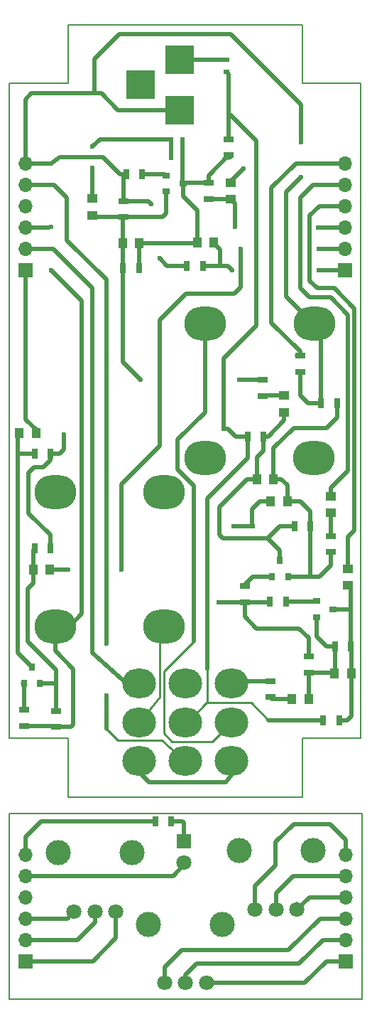
<source format=gbr>
G04 #@! TF.FileFunction,Copper,L2,Bot,Signal*
%FSLAX46Y46*%
G04 Gerber Fmt 4.6, Leading zero omitted, Abs format (unit mm)*
G04 Created by KiCad (PCBNEW 4.0.6) date 12/30/17 00:01:55*
%MOMM*%
%LPD*%
G01*
G04 APERTURE LIST*
%ADD10C,0.100000*%
%ADD11C,0.150000*%
%ADD12R,0.800000X0.900000*%
%ADD13R,3.500000X3.500000*%
%ADD14O,5.000000X4.000000*%
%ADD15R,0.900000X0.800000*%
%ADD16O,4.000000X3.500000*%
%ADD17R,1.000000X1.250000*%
%ADD18R,1.250000X1.000000*%
%ADD19R,0.700000X0.600000*%
%ADD20R,0.600000X0.700000*%
%ADD21R,1.300000X0.700000*%
%ADD22R,0.700000X1.300000*%
%ADD23C,1.800000*%
%ADD24C,3.000000*%
%ADD25R,1.800000X1.800000*%
%ADD26R,1.700000X1.700000*%
%ADD27O,1.700000X1.700000*%
%ADD28C,0.600000*%
%ADD29C,0.500000*%
%ADD30C,0.250000*%
G04 APERTURE END LIST*
D10*
D11*
X96012000Y-188849000D02*
X96012000Y-110871000D01*
X61087000Y-195834000D02*
X89027000Y-195834000D01*
X61087000Y-188849000D02*
X54102000Y-188849000D01*
X54102000Y-110871000D02*
X54102000Y-188849000D01*
X89027000Y-103886000D02*
X61087000Y-103886000D01*
X96139000Y-197802500D02*
X54102000Y-197802500D01*
X96139000Y-197802500D02*
X96012000Y-197802500D01*
X96139000Y-219900500D02*
X96139000Y-197802500D01*
X54102000Y-219900500D02*
X54102000Y-197929500D01*
X54102000Y-197802500D02*
X54102000Y-197929500D01*
X54178200Y-219875100D02*
X96189800Y-219875100D01*
X61087000Y-110871000D02*
X54102000Y-110871000D01*
X61087000Y-103886000D02*
X61087000Y-110871000D01*
X89027000Y-110871000D02*
X96012000Y-110871000D01*
X89027000Y-103886000D02*
X89027000Y-110871000D01*
X89027000Y-188849000D02*
X89027000Y-195834000D01*
X96012000Y-188849000D02*
X89027000Y-188849000D01*
X61087000Y-188849000D02*
X61087000Y-195834000D01*
D12*
X57719000Y-182356000D03*
X55819000Y-182356000D03*
X56769000Y-180356000D03*
D13*
X74422000Y-114046000D03*
X74422000Y-108046000D03*
X69722000Y-111046000D03*
D14*
X77447000Y-155447000D03*
X77447000Y-139447000D03*
X90447000Y-139447000D03*
X90424000Y-155447000D03*
X72540000Y-159513000D03*
X72540000Y-175513000D03*
X59540000Y-175513000D03*
X59563000Y-159513000D03*
D15*
X90694000Y-174432000D03*
X90694000Y-172532000D03*
X92694000Y-173482000D03*
D12*
X87310000Y-169656000D03*
X85410000Y-169656000D03*
X86360000Y-167656000D03*
D15*
X72787000Y-123759000D03*
X72787000Y-121859000D03*
X74787000Y-122809000D03*
D16*
X69557000Y-182344000D03*
X75057000Y-182344000D03*
X80557000Y-182344000D03*
X69557000Y-186944000D03*
X75057000Y-186944000D03*
X80557000Y-186944000D03*
X69557000Y-191544000D03*
X75057000Y-191544000D03*
X80557000Y-191544000D03*
D17*
X89773000Y-184150000D03*
X87773000Y-184150000D03*
X94853000Y-181102000D03*
X92853000Y-181102000D03*
D18*
X94488000Y-168672000D03*
X94488000Y-170672000D03*
X92456000Y-160036000D03*
X92456000Y-162036000D03*
D17*
X85233000Y-160655000D03*
X87233000Y-160655000D03*
X83582000Y-157988000D03*
X85582000Y-157988000D03*
D18*
X86868000Y-150034500D03*
X86868000Y-148034500D03*
X64008000Y-124603000D03*
X64008000Y-126603000D03*
D17*
X69580000Y-129921000D03*
X67580000Y-129921000D03*
X78470000Y-129794000D03*
X76470000Y-129794000D03*
D18*
X80518000Y-124698000D03*
X80518000Y-122698000D03*
D17*
X56912000Y-168783000D03*
X58912000Y-168783000D03*
X55261000Y-152527000D03*
X57261000Y-152527000D03*
D19*
X80010000Y-108088200D03*
X80010000Y-109488200D03*
X83058000Y-163638000D03*
X83058000Y-165038000D03*
X80899000Y-165038000D03*
X80899000Y-163638000D03*
D20*
X73341000Y-119634000D03*
X74741000Y-119634000D03*
D21*
X85217000Y-183957000D03*
X85217000Y-182057000D03*
X89789000Y-179136000D03*
X89789000Y-181036000D03*
D22*
X94803000Y-177927000D03*
X92903000Y-177927000D03*
X93406000Y-186690000D03*
X91506000Y-186690000D03*
X85156000Y-172593000D03*
X87056000Y-172593000D03*
D21*
X88773000Y-143322000D03*
X88773000Y-145222000D03*
X92456000Y-164785000D03*
X92456000Y-166685000D03*
D22*
X93152000Y-148971000D03*
X91252000Y-148971000D03*
X88077000Y-163576000D03*
X89977000Y-163576000D03*
X82489000Y-152908000D03*
X84389000Y-152908000D03*
D21*
X82169000Y-170754000D03*
X82169000Y-172654000D03*
X84264500Y-148079500D03*
X84264500Y-146179500D03*
X67691000Y-126807000D03*
X67691000Y-124907000D03*
D22*
X69530000Y-132842000D03*
X67630000Y-132842000D03*
D21*
X80264000Y-117541000D03*
X80264000Y-119441000D03*
D22*
X69911000Y-121666000D03*
X68011000Y-121666000D03*
D21*
X77851000Y-124648000D03*
X77851000Y-122748000D03*
D22*
X75250000Y-132588000D03*
X77150000Y-132588000D03*
X58989000Y-166243000D03*
X57089000Y-166243000D03*
D21*
X59690000Y-185613000D03*
X59690000Y-187513000D03*
D22*
X58989000Y-154940000D03*
X57089000Y-154940000D03*
D21*
X55880000Y-185486000D03*
X55880000Y-187386000D03*
D22*
X73403500Y-198755000D03*
X71503500Y-198755000D03*
D23*
X83392000Y-209232500D03*
X85892000Y-209232500D03*
X88392000Y-209232500D03*
D24*
X81492000Y-202232500D03*
X90292000Y-202232500D03*
D23*
X72597000Y-217995500D03*
X75097000Y-217995500D03*
X77597000Y-217995500D03*
D24*
X70697000Y-210995500D03*
X79497000Y-210995500D03*
D23*
X61802000Y-209486500D03*
X64302000Y-209486500D03*
X66802000Y-209486500D03*
D24*
X59902000Y-202486500D03*
X68702000Y-202486500D03*
D20*
X74741000Y-117602000D03*
X73341000Y-117602000D03*
D25*
X74930000Y-201104500D03*
D23*
X74930000Y-203644500D03*
D26*
X94234000Y-215392000D03*
D27*
X94234000Y-212852000D03*
X94234000Y-210312000D03*
X94234000Y-207772000D03*
X94234000Y-205232000D03*
X94234000Y-202692000D03*
D26*
X56007000Y-215392000D03*
D27*
X56007000Y-212852000D03*
X56007000Y-210312000D03*
X56007000Y-207772000D03*
X56007000Y-205232000D03*
X56007000Y-202692000D03*
D26*
X94107000Y-133096000D03*
D27*
X94107000Y-130556000D03*
X94107000Y-128016000D03*
X94107000Y-125476000D03*
X94107000Y-122936000D03*
X94107000Y-120396000D03*
D26*
X56007000Y-133096000D03*
D27*
X56007000Y-130556000D03*
X56007000Y-128016000D03*
X56007000Y-125476000D03*
X56007000Y-122936000D03*
X56007000Y-120396000D03*
D28*
X62738000Y-172669200D03*
X79070200Y-172643800D03*
X88900000Y-117856000D03*
X82042000Y-121031000D03*
X70993000Y-125222000D03*
X72009000Y-131699000D03*
X59055000Y-133096000D03*
X59029600Y-120446800D03*
X59055000Y-127990600D03*
X88900000Y-122047000D03*
X60579000Y-152654000D03*
X79603600Y-152019000D03*
X90957400Y-130556000D03*
X81661000Y-130556000D03*
X61087000Y-168783000D03*
X67437000Y-168783000D03*
X90881200Y-128016000D03*
X81026000Y-127990600D03*
X80619600Y-133096000D03*
X90957400Y-133096000D03*
X65659000Y-183769000D03*
X65659000Y-177546000D03*
X64008000Y-118440200D03*
X64008000Y-120929400D03*
X69723000Y-146177000D03*
X81534000Y-146177000D03*
D29*
X90694000Y-174432000D02*
X90694000Y-176736500D01*
X91884500Y-177927000D02*
X92903000Y-177927000D01*
X90694000Y-176736500D02*
X91884500Y-177927000D01*
X89789000Y-181036000D02*
X92787000Y-181036000D01*
X92787000Y-181036000D02*
X92853000Y-181102000D01*
X92903000Y-177927000D02*
X92903000Y-181052000D01*
X92903000Y-181052000D02*
X92853000Y-181102000D01*
X89789000Y-181036000D02*
X89789000Y-184134000D01*
X89789000Y-184134000D02*
X89773000Y-184150000D01*
X92649000Y-180898000D02*
X92853000Y-181102000D01*
X92726000Y-177750000D02*
X92903000Y-177927000D01*
X92953800Y-181202800D02*
X92853000Y-181102000D01*
X87773000Y-184150000D02*
X85410000Y-184150000D01*
X85410000Y-184150000D02*
X85217000Y-183957000D01*
X87569000Y-183946000D02*
X87773000Y-184150000D01*
X85267800Y-184007800D02*
X85217000Y-183957000D01*
X92694000Y-173482000D02*
X94803000Y-173482000D01*
X94803000Y-173482000D02*
X94678500Y-173482000D01*
X94678500Y-173482000D02*
X94803000Y-173482000D01*
X94803000Y-177927000D02*
X94803000Y-173482000D01*
X94803000Y-173482000D02*
X94803000Y-170987000D01*
X94803000Y-170987000D02*
X94488000Y-170672000D01*
X94853000Y-181102000D02*
X94853000Y-177977000D01*
X94853000Y-177977000D02*
X94803000Y-177927000D01*
X93406000Y-186690000D02*
X94361000Y-186690000D01*
X94853000Y-186198000D02*
X94853000Y-181102000D01*
X94361000Y-186690000D02*
X94853000Y-186198000D01*
X94726000Y-177850000D02*
X94803000Y-177927000D01*
X94802200Y-177926200D02*
X94803000Y-177927000D01*
X93152000Y-148971000D02*
X93152000Y-150688000D01*
X85582000Y-154321000D02*
X88011000Y-151892000D01*
X88011000Y-151892000D02*
X91948000Y-151892000D01*
X91948000Y-151892000D02*
X93152000Y-150688000D01*
X85582000Y-154321000D02*
X85582000Y-157988000D01*
X89977000Y-163576000D02*
X89977000Y-169656000D01*
X90043000Y-169590000D02*
X90043000Y-169656000D01*
X89977000Y-169656000D02*
X90043000Y-169590000D01*
X87310000Y-169656000D02*
X90043000Y-169656000D01*
X90043000Y-169656000D02*
X91075000Y-169656000D01*
X91075000Y-169656000D02*
X92456000Y-168275000D01*
X92456000Y-168275000D02*
X92456000Y-166685000D01*
X85582000Y-157988000D02*
X86487000Y-157988000D01*
X86487000Y-157988000D02*
X87233000Y-158734000D01*
X87233000Y-158734000D02*
X87233000Y-160655000D01*
X87233000Y-160655000D02*
X88773000Y-160655000D01*
X89977000Y-163576000D02*
X89977000Y-161859000D01*
X88773000Y-160655000D02*
X89977000Y-161859000D01*
X92324000Y-166817000D02*
X92456000Y-166685000D01*
X85620100Y-157949900D02*
X85582000Y-157988000D01*
X87233000Y-160655000D02*
X87376000Y-160655000D01*
X84389000Y-152908000D02*
X84963000Y-152908000D01*
X86868000Y-151003000D02*
X86868000Y-150034500D01*
X84963000Y-152908000D02*
X86868000Y-151003000D01*
X86929000Y-150095500D02*
X86868000Y-150034500D01*
X83582000Y-157988000D02*
X83582000Y-155432000D01*
X84389000Y-154625000D02*
X84389000Y-152908000D01*
X83582000Y-155432000D02*
X84389000Y-154625000D01*
X83582000Y-157988000D02*
X82423000Y-157988000D01*
X82423000Y-157988000D02*
X79121000Y-161290000D01*
X80899000Y-165038000D02*
X79567000Y-165038000D01*
X79567000Y-165038000D02*
X79121000Y-164592000D01*
X79121000Y-164592000D02*
X79121000Y-161290000D01*
X88077000Y-163576000D02*
X86360000Y-163576000D01*
X86360000Y-163576000D02*
X84898000Y-165038000D01*
X83058000Y-165038000D02*
X84898000Y-165038000D01*
X84898000Y-165038000D02*
X84901000Y-165038000D01*
X86360000Y-166497000D02*
X86360000Y-167656000D01*
X84901000Y-165038000D02*
X86360000Y-166497000D01*
X80899000Y-165038000D02*
X83058000Y-165038000D01*
X86725000Y-150177500D02*
X86868000Y-150034500D01*
X62738000Y-172669200D02*
X62738000Y-174040800D01*
X62738000Y-174040800D02*
X61265800Y-175513000D01*
X61265800Y-175513000D02*
X59540000Y-175513000D01*
X62738000Y-172669200D02*
X62738000Y-170180000D01*
X80772000Y-172654000D02*
X79105800Y-172654000D01*
X79095600Y-172643800D02*
X79070200Y-172643800D01*
X79105800Y-172654000D02*
X79095600Y-172643800D01*
X88900000Y-116395500D02*
X88900000Y-114173000D01*
X83280250Y-107791250D02*
X88900000Y-113411000D01*
X88900000Y-113411000D02*
X88900000Y-114173000D01*
X64262000Y-107950000D02*
X67183000Y-105029000D01*
X67183000Y-105029000D02*
X80518000Y-105029000D01*
X64262000Y-107950000D02*
X64262000Y-112077500D01*
X83280250Y-107791250D02*
X80518000Y-105029000D01*
X88900000Y-117856000D02*
X88900000Y-116395500D01*
X82169000Y-172654000D02*
X85095000Y-172654000D01*
X85095000Y-172654000D02*
X85156000Y-172593000D01*
X82169000Y-172654000D02*
X82169000Y-174371000D01*
X83566000Y-175768000D02*
X86741000Y-175768000D01*
X82169000Y-174371000D02*
X83566000Y-175768000D01*
X91252000Y-148971000D02*
X89725500Y-148971000D01*
X88773000Y-148018500D02*
X88773000Y-145222000D01*
X89725500Y-148971000D02*
X88773000Y-148018500D01*
X56007000Y-120396000D02*
X58801000Y-120396000D01*
X58801000Y-120396000D02*
X59029600Y-120446800D01*
X56007000Y-128016000D02*
X58674000Y-128016000D01*
X58674000Y-128016000D02*
X59055000Y-127990600D01*
X80518000Y-122698000D02*
X80518000Y-122555000D01*
X80518000Y-122555000D02*
X82042000Y-121031000D01*
X75250000Y-132588000D02*
X72898000Y-132588000D01*
X70678000Y-124907000D02*
X67691000Y-124907000D01*
X70993000Y-125222000D02*
X70678000Y-124907000D01*
X72898000Y-132588000D02*
X72009000Y-131699000D01*
X68011000Y-121666000D02*
X67310000Y-121666000D01*
X67310000Y-121666000D02*
X65278000Y-119634000D01*
X65278000Y-119634000D02*
X60071000Y-119634000D01*
X60071000Y-119634000D02*
X59029600Y-120446800D01*
X67691000Y-124907000D02*
X67691000Y-121986000D01*
X67691000Y-121986000D02*
X68011000Y-121666000D01*
X62738000Y-136779000D02*
X59055000Y-133096000D01*
X62738000Y-170180000D02*
X62738000Y-136779000D01*
X90447000Y-139447000D02*
X90298000Y-139447000D01*
X90298000Y-139447000D02*
X87122000Y-136271000D01*
X87122000Y-123825000D02*
X88900000Y-122047000D01*
X87122000Y-136271000D02*
X87122000Y-123825000D01*
X82230000Y-172593000D02*
X82169000Y-172654000D01*
X80772000Y-172654000D02*
X82169000Y-172654000D01*
X59540000Y-175513000D02*
X59540000Y-174902000D01*
X58293000Y-112077500D02*
X56705500Y-112077500D01*
X56705500Y-112077500D02*
X56007000Y-112776000D01*
X56007000Y-112776000D02*
X56007000Y-120396000D01*
X59690000Y-187513000D02*
X61407000Y-187513000D01*
X59540000Y-178412000D02*
X59540000Y-175513000D01*
X61722000Y-180594000D02*
X59540000Y-178412000D01*
X61722000Y-187198000D02*
X61722000Y-180594000D01*
X61407000Y-187513000D02*
X61722000Y-187198000D01*
X55880000Y-187386000D02*
X59563000Y-187386000D01*
X59563000Y-187386000D02*
X59690000Y-187513000D01*
X59540000Y-175513000D02*
X59540000Y-174140000D01*
X91252000Y-148971000D02*
X91252000Y-140252000D01*
X91252000Y-140252000D02*
X90447000Y-139447000D01*
X89789000Y-176911000D02*
X89789000Y-179136000D01*
X86741000Y-175768000D02*
X88646000Y-175768000D01*
X88646000Y-175768000D02*
X89789000Y-176911000D01*
X67818000Y-125034000D02*
X67691000Y-124907000D01*
X91313000Y-149032000D02*
X91252000Y-148971000D01*
X67630000Y-124968000D02*
X67691000Y-124907000D01*
X85095000Y-172654000D02*
X85156000Y-172593000D01*
X88747600Y-145196600D02*
X88773000Y-145222000D01*
X90447000Y-139447000D02*
X90447000Y-137782200D01*
X90575000Y-139319000D02*
X90447000Y-139447000D01*
X74422000Y-114046000D02*
X67056000Y-114046000D01*
X65087500Y-112077500D02*
X64262000Y-112077500D01*
X67056000Y-114046000D02*
X65087500Y-112077500D01*
X64262000Y-112077500D02*
X58293000Y-112077500D01*
X58293000Y-112077500D02*
X58229500Y-112077500D01*
X57719000Y-182356000D02*
X59690000Y-182356000D01*
X59690000Y-182356000D02*
X59690000Y-182372000D01*
X59690000Y-185613000D02*
X59690000Y-182372000D01*
X59690000Y-182372000D02*
X59690000Y-180721000D01*
X56912000Y-170418000D02*
X56261000Y-171069000D01*
X56261000Y-177292000D02*
X56261000Y-171069000D01*
X58801000Y-179832000D02*
X56261000Y-177292000D01*
X56912000Y-168783000D02*
X56912000Y-170418000D01*
X59690000Y-180721000D02*
X58801000Y-179832000D01*
X56912000Y-168783000D02*
X56912000Y-166420000D01*
X56912000Y-166420000D02*
X57089000Y-166243000D01*
X57039000Y-166293000D02*
X57089000Y-166243000D01*
X57719000Y-182356000D02*
X57719000Y-182184000D01*
X59563000Y-185486000D02*
X59690000Y-185613000D01*
X57719000Y-182356000D02*
X57719000Y-182433000D01*
X74930000Y-203644500D02*
X74930000Y-203898500D01*
X74930000Y-203898500D02*
X73596500Y-205232000D01*
X73596500Y-205232000D02*
X56007000Y-205232000D01*
D30*
X77660500Y-184638674D02*
X82911674Y-184638674D01*
D29*
X84963000Y-186690000D02*
X91506000Y-186690000D01*
D30*
X82911674Y-184638674D02*
X84963000Y-186690000D01*
X77660500Y-184531000D02*
X77660500Y-184638674D01*
X77660500Y-184638674D02*
X77660500Y-184555848D01*
X77660500Y-184555848D02*
X77343000Y-184873348D01*
X77660500Y-180594000D02*
X77660500Y-184531000D01*
D29*
X77660500Y-160337500D02*
X77660500Y-180594000D01*
X79629000Y-149402800D02*
X79629000Y-151993600D01*
X79629000Y-151993600D02*
X79603600Y-152019000D01*
X79603600Y-152019000D02*
X80187800Y-152019000D01*
X81076800Y-152908000D02*
X82489000Y-152908000D01*
X80187800Y-152019000D02*
X81076800Y-152908000D01*
X58989000Y-154940000D02*
X60071000Y-154940000D01*
X60071000Y-154940000D02*
X60579000Y-154432000D01*
X60579000Y-154432000D02*
X60579000Y-152654000D01*
X91379000Y-186563000D02*
X91506000Y-186690000D01*
X79629000Y-150048000D02*
X79629000Y-150048000D01*
X58989000Y-154940000D02*
X58989000Y-155768000D01*
X58989000Y-164653000D02*
X58989000Y-166243000D01*
X56388000Y-162052000D02*
X58989000Y-164653000D01*
X56388000Y-157226000D02*
X56388000Y-162052000D01*
X57023000Y-156591000D02*
X56388000Y-157226000D01*
X58166000Y-156591000D02*
X57023000Y-156591000D01*
X58989000Y-155768000D02*
X58166000Y-156591000D01*
X80264000Y-114554000D02*
X80391000Y-114554000D01*
X83566000Y-139700000D02*
X81534000Y-141732000D01*
X83566000Y-117729000D02*
X83566000Y-139700000D01*
X80391000Y-114554000D02*
X83566000Y-117729000D01*
X81534000Y-141732000D02*
X79629000Y-143637000D01*
X79629000Y-143637000D02*
X79629000Y-149402800D01*
X79629000Y-149402800D02*
X79629000Y-150048000D01*
X80264000Y-117541000D02*
X80264000Y-114554000D01*
X80264000Y-114554000D02*
X80264000Y-109742200D01*
X80264000Y-109742200D02*
X80010000Y-109488200D01*
X82489000Y-152908000D02*
X82489000Y-155509000D01*
X82489000Y-155509000D02*
X81407000Y-156591000D01*
X77660500Y-160337500D02*
X81407000Y-156591000D01*
X59116000Y-155067000D02*
X58989000Y-154940000D01*
X75057000Y-186944000D02*
X75565000Y-186690000D01*
D30*
X75565000Y-186690000D02*
X77343000Y-184873348D01*
D29*
X82463600Y-152933400D02*
X82489000Y-152908000D01*
X80096400Y-117373400D02*
X80264000Y-117541000D01*
D30*
X73533000Y-189230000D02*
X73485393Y-189230000D01*
X73485393Y-189230000D02*
X72517000Y-188261607D01*
X78271000Y-189230000D02*
X80557000Y-186944000D01*
X73533000Y-189230000D02*
X78271000Y-189230000D01*
X80557000Y-186944000D02*
X80557000Y-187286000D01*
X72517000Y-180848000D02*
X72517000Y-188261607D01*
D29*
X77406500Y-139487500D02*
X77406500Y-150050500D01*
X77406500Y-150050500D02*
X74168000Y-153289000D01*
X74168000Y-153289000D02*
X74168000Y-156845000D01*
X76073000Y-158750000D02*
X76073000Y-177292000D01*
X74168000Y-156845000D02*
X76073000Y-158750000D01*
D30*
X76073000Y-177292000D02*
X72517000Y-180848000D01*
D29*
X77406500Y-139487500D02*
X77447000Y-139447000D01*
X77406500Y-139487500D02*
X77447000Y-139447000D01*
D30*
X69557000Y-186944000D02*
X69596000Y-186944000D01*
X69596000Y-186944000D02*
X72009000Y-183927750D01*
X72009000Y-183927750D02*
X72009000Y-176171000D01*
X71882000Y-176171000D02*
X72540000Y-175513000D01*
D29*
X87056000Y-172593000D02*
X90633000Y-172593000D01*
X90633000Y-172593000D02*
X90694000Y-172532000D01*
X82169000Y-170754000D02*
X82169000Y-170561000D01*
X82169000Y-170561000D02*
X83074000Y-169656000D01*
X83074000Y-169656000D02*
X85410000Y-169656000D01*
X69911000Y-121666000D02*
X72594000Y-121666000D01*
X72594000Y-121666000D02*
X72787000Y-121859000D01*
X72726000Y-121920000D02*
X72787000Y-121859000D01*
X55819000Y-182356000D02*
X55819000Y-185425000D01*
X55819000Y-185425000D02*
X55880000Y-185486000D01*
X55880000Y-182417000D02*
X55819000Y-182356000D01*
X55819000Y-182356000D02*
X55642000Y-182356000D01*
X57261000Y-152527000D02*
X57261000Y-152130000D01*
X56007000Y-150876000D02*
X56007000Y-133096000D01*
X57261000Y-152130000D02*
X56007000Y-150876000D01*
X94107000Y-130556000D02*
X90957400Y-130556000D01*
X81661000Y-130556000D02*
X81661000Y-135128000D01*
X80899000Y-135890000D02*
X75311000Y-135890000D01*
X81661000Y-135128000D02*
X80899000Y-135890000D01*
X75311000Y-135890000D02*
X75184000Y-135890000D01*
X72009000Y-154051000D02*
X67437000Y-158623000D01*
X72009000Y-139065000D02*
X72009000Y-154051000D01*
X75184000Y-135890000D02*
X72009000Y-139065000D01*
X67437000Y-167132000D02*
X67437000Y-168783000D01*
X67437000Y-158623000D02*
X67437000Y-167132000D01*
X61087000Y-168783000D02*
X58912000Y-168783000D01*
X58928000Y-168799000D02*
X58912000Y-168783000D01*
X89916000Y-128016000D02*
X89916000Y-126619000D01*
X91059000Y-125476000D02*
X93281500Y-125476000D01*
X89916000Y-126619000D02*
X91059000Y-125476000D01*
X89916000Y-132334000D02*
X89916000Y-134366000D01*
X90805000Y-135255000D02*
X92837000Y-135255000D01*
X89916000Y-134366000D02*
X90805000Y-135255000D01*
X94488000Y-168672000D02*
X94488000Y-164846000D01*
X95250000Y-137668000D02*
X95250000Y-164084000D01*
X95250000Y-137668000D02*
X92837000Y-135255000D01*
X94488000Y-164846000D02*
X95250000Y-164084000D01*
X94107000Y-125476000D02*
X93281500Y-125476000D01*
X89916000Y-128016000D02*
X89916000Y-132334000D01*
X88773000Y-127000000D02*
X88773000Y-124460000D01*
X90297000Y-122936000D02*
X94107000Y-122936000D01*
X88773000Y-124460000D02*
X90297000Y-122936000D01*
X92392500Y-136334500D02*
X89852500Y-136334500D01*
X88773000Y-135255000D02*
X88773000Y-132715000D01*
X89852500Y-136334500D02*
X88773000Y-135255000D01*
X92456000Y-160036000D02*
X92456000Y-159004000D01*
X88773000Y-132715000D02*
X88773000Y-127000000D01*
X94488000Y-138430000D02*
X92392500Y-136334500D01*
X94488000Y-156972000D02*
X94488000Y-138430000D01*
X92456000Y-159004000D02*
X94488000Y-156972000D01*
X80518000Y-124698000D02*
X77901000Y-124698000D01*
X77901000Y-124698000D02*
X77851000Y-124648000D01*
X81026000Y-127990600D02*
X81026000Y-125206000D01*
X94107000Y-128016000D02*
X90881200Y-128016000D01*
X81026000Y-125206000D02*
X80518000Y-124698000D01*
X77901000Y-124698000D02*
X77851000Y-124648000D01*
X94107000Y-133096000D02*
X90957400Y-133096000D01*
X80111600Y-132588000D02*
X78689200Y-132588000D01*
X80619600Y-133096000D02*
X80111600Y-132588000D01*
X78470000Y-129794000D02*
X78470000Y-129905000D01*
X78470000Y-129905000D02*
X79248000Y-130683000D01*
X79248000Y-130683000D02*
X79248000Y-132588000D01*
X77150000Y-132588000D02*
X78689200Y-132588000D01*
X78689200Y-132588000D02*
X79248000Y-132588000D01*
D30*
X75057000Y-191544000D02*
X74958000Y-191544000D01*
X74958000Y-191544000D02*
X72263000Y-189103000D01*
D29*
X56007000Y-122936000D02*
X59372500Y-122936000D01*
X60960000Y-124523500D02*
X60960000Y-127000000D01*
X59372500Y-122936000D02*
X60960000Y-124523500D01*
D30*
X72263000Y-189103000D02*
X67056000Y-189103000D01*
X67056000Y-189103000D02*
X65659000Y-187706000D01*
D29*
X65659000Y-187706000D02*
X65659000Y-183769000D01*
X65659000Y-177546000D02*
X65659000Y-134239000D01*
X65659000Y-134239000D02*
X60960000Y-129540000D01*
X60960000Y-129540000D02*
X60960000Y-127000000D01*
X56007000Y-130556000D02*
X59309000Y-130556000D01*
X59309000Y-130556000D02*
X64008000Y-135255000D01*
X69557000Y-182344000D02*
X67917000Y-182217000D01*
X64008000Y-178689000D02*
X64008000Y-135255000D01*
X67917000Y-182217000D02*
X64008000Y-178689000D01*
X88773000Y-143322000D02*
X88773000Y-142811500D01*
X88773000Y-142811500D02*
X85344000Y-139382500D01*
X88773000Y-143322000D02*
X88331000Y-143322000D01*
X85344000Y-139382500D02*
X85344000Y-123317000D01*
X88265000Y-120396000D02*
X94107000Y-120396000D01*
X85344000Y-123317000D02*
X88265000Y-120396000D01*
X92456000Y-164785000D02*
X92456000Y-162036000D01*
X85233000Y-160655000D02*
X83947000Y-160655000D01*
X83947000Y-160655000D02*
X83058000Y-161544000D01*
X83058000Y-163638000D02*
X83058000Y-161544000D01*
X84963000Y-160925000D02*
X85233000Y-160655000D01*
X80899000Y-163638000D02*
X83058000Y-163638000D01*
X86868000Y-148034500D02*
X84309500Y-148034500D01*
X84309500Y-148034500D02*
X84264500Y-148079500D01*
X84173100Y-148170900D02*
X84264500Y-148079500D01*
X64008000Y-124603000D02*
X64008000Y-120929400D01*
X64897000Y-117551200D02*
X73290200Y-117551200D01*
X64008000Y-118440200D02*
X64897000Y-117551200D01*
X73290200Y-117551200D02*
X73341000Y-117602000D01*
X73341000Y-117602000D02*
X73341000Y-119634000D01*
X64033400Y-124587000D02*
X63931800Y-124688600D01*
X67691000Y-126807000D02*
X72329000Y-126807000D01*
X72787000Y-126349000D02*
X72787000Y-123759000D01*
X72329000Y-126807000D02*
X72787000Y-126349000D01*
X84264500Y-146179500D02*
X81534000Y-146177000D01*
X67630000Y-144084000D02*
X67630000Y-132842000D01*
X69723000Y-146177000D02*
X67630000Y-144084000D01*
X67691000Y-126807000D02*
X64212000Y-126807000D01*
X64212000Y-126807000D02*
X64008000Y-126603000D01*
X67580000Y-129921000D02*
X67580000Y-126918000D01*
X67580000Y-126918000D02*
X67691000Y-126807000D01*
X67630000Y-132842000D02*
X67630000Y-129971000D01*
X67630000Y-129971000D02*
X67580000Y-129921000D01*
X84264500Y-146179500D02*
X84264500Y-146113500D01*
X67564000Y-126934000D02*
X67691000Y-126807000D01*
X67580000Y-132792000D02*
X67630000Y-132842000D01*
X67554600Y-132953000D02*
X67589400Y-132918200D01*
X69580000Y-129921000D02*
X76343000Y-129921000D01*
X76343000Y-129921000D02*
X76470000Y-129794000D01*
X77851000Y-122748000D02*
X74848000Y-122748000D01*
X74848000Y-122748000D02*
X74787000Y-122809000D01*
X69707000Y-129794000D02*
X69580000Y-129921000D01*
X76470000Y-129794000D02*
X76470000Y-126000000D01*
X74787000Y-124317000D02*
X74787000Y-122809000D01*
X76470000Y-126000000D02*
X74787000Y-124317000D01*
X74741000Y-119634000D02*
X74741000Y-117602000D01*
X74741000Y-119634000D02*
X74741000Y-122763000D01*
X74741000Y-122763000D02*
X74787000Y-122809000D01*
X69580000Y-129921000D02*
X69580000Y-132792000D01*
X69580000Y-132792000D02*
X69530000Y-132842000D01*
X77851000Y-122748000D02*
X77851000Y-121854000D01*
X77851000Y-121854000D02*
X80264000Y-119441000D01*
X80182000Y-119523000D02*
X80264000Y-119441000D01*
X80518000Y-119695000D02*
X80264000Y-119441000D01*
X74741000Y-122763000D02*
X74787000Y-122809000D01*
X69580000Y-132792000D02*
X69530000Y-132842000D01*
X80264000Y-119441000D02*
X80264000Y-119761000D01*
X69554600Y-132978400D02*
X69494400Y-132918200D01*
X57089000Y-154940000D02*
X55118000Y-154940000D01*
X55118000Y-164338000D02*
X55118000Y-164465000D01*
X55118000Y-155255000D02*
X55118000Y-155321000D01*
X56769000Y-180356000D02*
X56769000Y-180340000D01*
X56769000Y-180340000D02*
X55118000Y-178689000D01*
X55118000Y-178689000D02*
X55118000Y-164465000D01*
X55118000Y-164465000D02*
X55118000Y-163195000D01*
X55118000Y-163195000D02*
X55118000Y-155321000D01*
X55118000Y-155321000D02*
X55118000Y-154940000D01*
X55118000Y-154940000D02*
X55118000Y-154178000D01*
X55118000Y-154178000D02*
X55118000Y-152400000D01*
X80010000Y-108088200D02*
X74464200Y-108088200D01*
X74464200Y-108088200D02*
X74422000Y-108046000D01*
X73403500Y-198755000D02*
X74739500Y-198755000D01*
X74930000Y-198945500D02*
X74930000Y-201104500D01*
X74739500Y-198755000D02*
X74930000Y-198945500D01*
X85217000Y-182057000D02*
X80844000Y-182057000D01*
X80844000Y-182057000D02*
X80557000Y-182344000D01*
X85184000Y-182090000D02*
X85217000Y-182057000D01*
X81760000Y-182344000D02*
X80557000Y-182344000D01*
X80557000Y-191544000D02*
X80557000Y-193255000D01*
X80557000Y-193255000D02*
X79883000Y-194056000D01*
X79883000Y-194056000D02*
X70739000Y-194056000D01*
X70739000Y-194056000D02*
X69938000Y-193255000D01*
X69938000Y-193255000D02*
X69557000Y-191544000D01*
X94234000Y-215392000D02*
X91884500Y-215392000D01*
X91884500Y-215392000D02*
X89281000Y-217995500D01*
X89281000Y-217995500D02*
X77597000Y-217995500D01*
X94234000Y-212852000D02*
X91503500Y-212852000D01*
X91503500Y-212852000D02*
X88646000Y-215709500D01*
X75097000Y-217995500D02*
X75097000Y-217066500D01*
X76454000Y-215709500D02*
X88646000Y-215709500D01*
X75097000Y-217066500D02*
X76454000Y-215709500D01*
X94234000Y-210312000D02*
X91122500Y-210312000D01*
X91122500Y-210312000D02*
X87376000Y-214058500D01*
X72597000Y-216137500D02*
X72597000Y-217995500D01*
X87376000Y-214058500D02*
X74676000Y-214058500D01*
X74676000Y-214058500D02*
X72597000Y-216137500D01*
X94234000Y-207772000D02*
X89852500Y-207772000D01*
X89852500Y-207772000D02*
X88392000Y-209232500D01*
X88392000Y-209232500D02*
X88392000Y-208597500D01*
X94234000Y-205232000D02*
X87947500Y-205232000D01*
X87947500Y-205232000D02*
X85892000Y-207287500D01*
X85892000Y-207287500D02*
X85892000Y-209232500D01*
X83392000Y-209232500D02*
X83392000Y-206485500D01*
X94234000Y-200977500D02*
X94234000Y-202692000D01*
X92329000Y-199072500D02*
X94234000Y-200977500D01*
X88011000Y-199072500D02*
X92329000Y-199072500D01*
X85852000Y-201231500D02*
X88011000Y-199072500D01*
X85852000Y-204025500D02*
X85852000Y-201231500D01*
X83392000Y-206485500D02*
X85852000Y-204025500D01*
X56007000Y-215392000D02*
X64071500Y-215392000D01*
X64071500Y-215392000D02*
X66802000Y-212661500D01*
X66802000Y-212661500D02*
X66802000Y-209486500D01*
X56007000Y-212852000D02*
X62230000Y-212852000D01*
X64302000Y-210780000D02*
X64302000Y-209486500D01*
X62230000Y-212852000D02*
X64302000Y-210780000D01*
X64302000Y-209486500D02*
X64302000Y-210208500D01*
X56007000Y-210312000D02*
X60976500Y-210312000D01*
X60976500Y-210312000D02*
X61802000Y-209486500D01*
X71503500Y-198755000D02*
X57848500Y-198755000D01*
X57848500Y-198755000D02*
X56007000Y-200596500D01*
X56007000Y-202692000D02*
X56007000Y-200596500D01*
M02*

</source>
